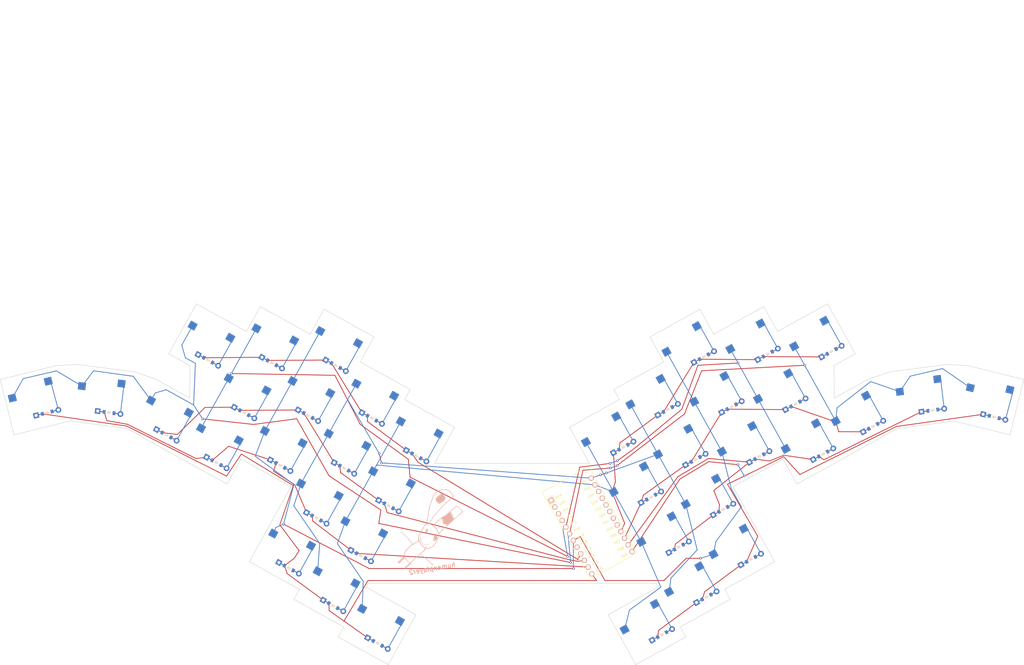
<source format=kicad_pcb>
(kicad_pcb (version 20240108) (generator "pcbnew") (generator_version "8.0")
  (title_block (title "laserraven") (rev "1.0.0") (company "Rasmus K. Rendsvig (humanplayer2)"))
  (layers (0 "F.Cu" signal) (31 "B.Cu" signal) (34 "B.Paste" user) (35 "F.Paste" user) (36 "B.SilkS" user "B.Silkscreen") (37 "F.SilkS" user "F.Silkscreen") (38 "B.Mask" user) (39 "F.Mask" user) (44 "Edge.Cuts" user))
  (net 0 "")
  (net 1 "P20")
  (net 2 "far_home")
  (net 3 "mid_home")
  (net 4 "pinky_home")
  (net 5 "P21")
  (net 6 "ring_bottom")
  (net 7 "ring_home")
  (net 8 "ring_top")
  (net 9 "P19")
  (net 10 "middle_bottom")
  (net 11 "middle_home")
  (net 12 "middle_top")
  (net 13 "P1")
  (net 14 "index_bottom")
  (net 15 "index_home")
  (net 16 "index_top")
  (net 17 "P0")
  (net 18 "inner_bottom")
  (net 19 "inner_home")
  (net 20 "inner_top")
  (net 21 "ring_midtop")
  (net 22 "out_thumb")
  (net 23 "home_thumb")
  (net 24 "in_thumb")
  (net 25 "mirror_far_home")
  (net 26 "mirror_mid_home")
  (net 27 "mirror_pinky_home")
  (net 28 "mirror_ring_bottom")
  (net 29 "mirror_ring_home")
  (net 30 "mirror_ring_top")
  (net 31 "mirror_middle_bottom")
  (net 32 "mirror_middle_home")
  (net 33 "mirror_middle_top")
  (net 34 "mirror_index_bottom")
  (net 35 "mirror_index_home")
  (net 36 "mirror_index_top")
  (net 37 "mirror_inner_bottom")
  (net 38 "mirror_inner_home")
  (net 39 "mirror_inner_top")
  (net 40 "mirror_ring_midtop")
  (net 41 "mirror_out_thumb")
  (net 42 "mirror_home_thumb")
  (net 43 "mirror_in_thumb")
  (net 44 "P10")
  (net 45 "P16")
  (net 46 "P14")
  (net 47 "P15")
  (net 48 "P9")
  (net 49 "P8")
  (net 50 "P7")
  (net 51 "P6")
  (net 52 "RAW")
  (net 53 "GND")
  (net 54 "RST")
  (net 55 "VCC")
  (net 56 "P18")
  (net 57 "P2")
  (net 58 "P3")
  (net 59 "P4")
  (net 60 "P5")
  (footprint "MX" (layer "F.Cu") (at 152.718525 147.558493 -29)
    (property "Reference" "S12" (hide yes))
    (property "Value" "" (hide yes))
  )
  (footprint "ComboDiode" (layer "F.Cu") (at 110.471408 151.581034 -29)
    (property "Reference" "D5" (hide yes))
    (property "Value" "" (hide yes))
  )
  (footprint "ComboDiode" (layer "F.Cu") (at 319.593516 156.078569 29)
    (property "Reference" "D22" (hide yes))
    (property "Value" "" (hide yes))
  )
  (footprint "ComboDiode" (layer "F.Cu") (at 245.75332 179.629881 29)
    (property "Reference" "D33" (hide yes))
    (property "Value" "" (hide yes))
  )
  (footprint "MX" (layer "F.Cu") (at 84.442441 153.159898 -29)
    (property "Reference" "S3" (hide yes))
    (property "Value" "" (hide yes))
  )
  (footprint "ComboDiode" (layer "F.Cu") (at 302.975745 165.28995 29)
    (property "Reference" "D23" (hide yes))
    (property "Value" "" (hide yes))
  )
  (footprint "MX" (layer "F.Cu") (at 143.507147 164.176266 -29)
    (property "Reference" "S11" (hide yes))
    (property "Value" "" (hide yes))
  )
  (footprint "MX" (layer "F.Cu") (at 297.927839 162.371281 29)
    (property "Reference" "S23" (hide yes))
    (property "Value" "" (hide yes))
  )
  (footprint "MX" (layer "F.Cu") (at 110.271599 145.753508 -29)
    (property "Reference" "S5" (hide yes))
    (property "Value" "" (hide yes))
  )
  (footprint "ComboDiode" (layer "F.Cu") (at 125.284193 203.239349 -29)
    (property "Reference" "D17" (hide yes))
    (property "Value" "" (hide yes))
  )
  (footprint "MX" (layer "F.Cu") (at 149.071262 193.328985 -29)
    (property "Reference" "S13" (hide yes))
    (property "Value" "" (hide yes))
  )
  (footprint "MX" (layer "F.Cu") (at 40.838548 147.419332 14)
    (property "Reference" "S1" (hide yes))
    (property "Value" "" (hide yes))
  )
  (footprint "ComboDiode" (layer "F.Cu") (at 154.835188 228.309224 -29)
    (property "Reference" "D19" (hide yes))
    (property "Value" "" (hide yes))
  )
  (footprint "MX" (layer "F.Cu") (at 158.282639 176.711209 -29)
    (property "Reference" "S14" (hide yes))
    (property "Value" "" (hide yes))
  )
  (footprint "ComboDiode" (layer "F.Cu") (at 284.552978 132.0544 29)
    (property "Reference" "D25" (hide yes))
    (property "Value" "" (hide yes))
  )
  (footprint "ComboDiode" (layer "F.Cu") (at 167.693839 165.920964 -29)
    (property "Reference" "D15" (hide yes))
    (property "Value" "" (hide yes))
  )
  (footprint "ComboDiode" (layer "F.Cu") (at 140.059692 215.774284 -29)
    (property "Reference" "D18" (hide yes))
    (property "Value" "" (hide yes))
  )
  (footprint "ComboDiode" (layer "F.Cu") (at 251.317437 150.477168 29)
    (property "Reference" "D31" (hide yes))
    (property "Value" "" (hide yes))
  )
  (footprint "ComboDiode" (layer "F.Cu") (at 143.706958 170.003796 -29)
    (property "Reference" "D11" (hide yes))
    (property "Value" "" (hide yes))
  )
  (footprint "ComboDiode" (layer "F.Cu") (at 281.75228 166.192445 29)
    (property "Reference" "D26" (hide yes))
    (property "Value" "" (hide yes))
  )
  (footprint "MX" (layer "F.Cu") (at 267.492991 146.656006 29)
    (property "Reference" "S27" (hide yes))
    (property "Value" "" (hide yes))
  )
  (footprint "MX" (layer "F.Cu") (at 140.706443 130.038231 -29)
    (property "Reference" "S9" (hide yes))
    (property "Value" "" (hide yes))
  )
  (footprint "MX" (layer "F.Cu") (at 259.128176 209.946762 29)
    (property "Reference" "S37" (hide yes))
    (property "Value" "" (hide yes))
  )
  (footprint "MX" (layer "F.Cu") (at 125.084381 197.411822 -29)
    (property "Reference" "S17" (hide yes))
    (property "Value" "" (hide yes))
  )
  (footprint "ComboDiode" (layer "F.Cu") (at 272.540898 149.574671 29)
    (property "Reference" "D27" (hide yes))
    (property "Value" "" (hide yes))
  )
  (footprint "ComboDiode" (layer "F.Cu") (at 254.9647 196.247653 29)
    (property "Reference" "D32" (hide yes))
    (property "Value" "" (hide yes))
  )
  (footprint "MX" (layer "F.Cu") (at 122.283682 163.273777 -29)
    (property "Reference" "S7" (hide yes))
    (property "Value" "" (hide yes))
  )
  (footprint "MX" (layer "F.Cu") (at 240.70541 176.71121 29)
    (property "Reference" "S33" (hide yes))
    (property "Value" "" (hide yes))
  )
  (footprint "MX" (layer "F.Cu") (at 335.80262 146.150389 7.5)
    (property "Reference" "S21" (hide yes))
    (property "Value" "" (hide yes))
  )
  (footprint "MX" (layer "F.Cu") (at 314.545613 153.159899 29)
    (property "Reference" "S22" (hide yes))
    (property "Value" "" (hide yes))
  )
  (footprint "ComboDiode" (layer "F.Cu") (at 122.483493 169.101305 -29)
    (property "Reference" "D7" (hide yes))
    (property "Value" "" (hide yes))
  )
  (footprint "MX" (layer "F.Cu") (at 279.505075 129.135735 29)
    (property "Reference" "S25" (hide yes))
    (property "Value" "" (hide yes))
  )
  (footprint "MX" (layer "F.Cu") (at 119.482979 129.135729 -29)
    (property "Reference" "S6" (hide yes))
    (property "Value" "" (hide yes))
  )
  (footprint "MX" (layer "F.Cu") (at 288.716455 145.753504 29)
    (property "Reference" "S24" (hide yes))
    (property "Value" "" (hide yes))
  )
  (footprint "MX" (layer "F.Cu") (at 134.295766 180.794049 -29)
    (property "Reference" "S10" (hide yes))
    (property "Value" "" (hide yes))
  )
  (footprint "ComboDiode" (layer "F.Cu") (at 65.507138 151.49919 -7.5)
    (property "Reference" "D2" (hide yes))
    (property "Value" "" (hide yes))
  )
  (footprint "MX" (layer "F.Cu") (at 264.69229 180.794048 29)
    (property "Reference" "S29" (hide yes))
    (property "Value" "" (hide yes))
  )
  (footprint "ComboDiode" (layer "F.Cu") (at 236.541937 163.012103 29)
    (property "Reference" "D34" (hide yes))
    (property "Value" "" (hide yes))
  )
  (footprint "ComboDiode" (layer "F.Cu") (at 249.400587 225.400363 29)
    (property "Reference" "D38" (hide yes))
    (property "Value" "" (hide yes))
  )
  (footprint "MX" (layer "F.Cu") (at 358.149506 147.419338 -14)
    (property "Reference" "S20" (hide yes))
    (property "Value" "" (hide yes))
  )
  (footprint "ComboDiode" (layer "F.Cu") (at 131.694872 152.48353 -29)
    (property "Reference" "D8" (hide yes))
    (property "Value" "" (hide yes))
  )
  (footprint "MX" (layer "F.Cu") (at 231.494027 160.093438 29)
    (property "Reference" "S34" (hide yes))
    (property "Value" "" (hide yes))
  )
  (footprint "MX" (layer "F.Cu") (at 101.060213 162.37128 -29)
    (property "Reference" "S4" (hide yes))
    (property "Value" "" (hide yes))
  )
  (footprint "ComboDiode" (layer "F.Cu") (at 119.682793 134.963262 -29)
    (property "Reference" "D6" (hide yes))
    (property "Value" "" (hide yes))
  )
  (footprint "ComboDiode" (layer "F.Cu") (at 84.642253 158.987426 -29)
    (property "Reference" "D3" (hide yes))
    (property "Value" "" (hide yes))
  )
  (footprint "MX" (layer "F.Cu") (at 249.916794 193.328983 29)
    (property "Reference" "S32" (hide yes))
    (property "Value" "" (hide yes))
  )
  (footprint "MX" (layer "F.Cu") (at 98.259517 128.233238 -29)
    (property "Reference" "S16" (hide yes))
    (property "Value" "" (hide yes))
  )
  (footprint "ComboDiode" (layer "F.Cu") (at 278.951581 200.330493 29)
    (property "Reference" "D36" (hide yes))
    (property "Value" "" (hide yes))
  )
  (footprint "ComboDiode" (layer "F.Cu") (at 140.906261 135.865754 -29)
    (property "Reference" "D9" (hide yes))
    (property "Value" "" (hide yes))
  )
  (footprint "MX" (layer "F.Cu") (at 258.281609 130.038231 29)
    (property "Reference" "S28" (hide yes))
    (property "Value" "" (hide yes))
  )
  (footprint "silkscreens:kanin_hp2" (layer "F.Cu") (at 172.2 191.4 -45)
    (property "Reference" "humanplayer2")
    (property "Value" "LOGO" (hide yes))
  )
  (footprint "ComboDiode" (layer "F.Cu") (at 152.91834 153.386021 -29)
    (property "Reference" "D12" (hide yes))
    (property "Value" "" (hide yes))
  )
  (footprint "ComboDiode" (layer "F.Cu") (at 98.459327 134.060765 -29)
    (property "Reference" "D16" (hide yes))
    (property "Value" "" (hide yes))
  )
  (footprint "ComboDiode" (layer "F.Cu") (at 149.271075 199.156506 -29)
    (property "Reference" "D13" (hide yes))
    (property "Value" "" (hide yes))
  )
  (footprint "ComboDiode" (layer "F.Cu") (at 293.764363 148.672176 29)
    (property "Reference" "D24" (hide yes))
    (property "Value" "" (hide yes))
  )
  (footprint "MX" (layer "F.Cu") (at 276.704375 163.273777 29)
    (property "Reference" "S26" (hide yes))
    (property "Value" "" (hide yes))
  )
  (footprint "MX" (layer "F.Cu") (at 154.63538 222.481697 -29)
    (property "Reference" "S19" (hide yes))
    (property "Value" "" (hide yes))
  )
  (footprint "ComboDiode" (layer "F.Cu") (at 263.329514 132.956898 29)
    (property "Reference" "D28" (hide yes))
    (property "Value" "" (hide yes))
  )
  (footprint "MX" (layer "F.Cu") (at 255.480909 164.176273 29)
    (property "Reference" "S30" (hide yes))
    (property "Value" "" (hide yes))
  )
  (footprint "ComboDiode" (layer "F.Cu") (at 44.959048 151.545051 14)
    (property "Reference" "D1" (hide yes))
    (property "Value" "" (hide yes))
  )
  (footprint "ComboDiode" (layer "F.Cu") (at 305.776446 131.151908 29)
    (property "Reference" "D35" (hide yes))
    (property "Value" "" (hide yes))
  )
  (footprint "MX" (layer "F.Cu") (at 300.728542 128.233233 29)
    (property "Reference" "S35" (hide yes))
    (property "Value" "" (hide yes))
  )
  (footprint "MX" (layer "F.Cu") (at 167.494027 160.093434 -29)
    (property "Reference" "S15" (hide yes))
    (property "Value" "" (hide yes))
  )
  (footprint "ProMicro" (layer "F.Cu") (at 225.929912 189.246145 -61)
    (property "Reference" "MCU1" (hide yes))
    (property "Value" "" (hide yes))
  )
  (footprint "MX" (layer "F.Cu") (at 63.185434 146.150391 -7.5)
    (property "Reference" "S2" (hide yes))
    (property "Value" "" (hide yes))
  )
  (footprint "ComboDiode" (layer "F.Cu") (at 134.495577 186.621578 -29)
    (property "Reference" "D10" (hide yes))
    (property "Value" "" (hide yes))
  )
  (footprint "ComboDiode" (layer "F.Cu") (at 339.429585 150.716032 7.5)
    (property "Reference" "D21" (hide yes))
    (property "Value" "" (hide yes))
  )
  (footprint "MX" (layer "F.Cu") (at 244.352682 222.481696 29)
    (property "Reference" "S38" (hide yes))
    (property "Value" "" (hide yes))
  )
  (footprint "MX" (layer "F.Cu") (at 131.495063 146.656002 -29)
    (property "Reference" "S8" (hide yes))
    (property "Value" "" (hide yes))
  )
  (footprint "MX" (layer "F.Cu") (at 246.269523 147.5585 29)
    (property "Reference" "S31" (hide yes))
    (property "Value" "" (hide yes))
  )
  (footprint "ComboDiode" (layer "F.Cu") (at 101.260027 168.198806 -29)
    (property "Reference" "D4" (hide yes))
    (property "Value" "" (hide yes))
  )
  (footprint "ComboDiode" (layer "F.Cu") (at 269.7402 183.712719 29)
    (property "Reference" "D29" (hide yes))
    (property "Value" "" (hide yes))
  )
  (footprint "ComboDiode" (layer "F.Cu") (at 264.176087 212.865426 29)
    (property "Reference" "D37" (hide yes))
    (property "Value" "" (hide yes))
  )
  (footprint "MX" (layer "F.Cu") (at 139.859876 209.946756 -29)
    (property "Reference" "S18" (hide yes))
    (property "Value" "" (hide yes))
  )
  (footprint "ComboDiode" (layer "F.Cu") (at 158.482455 182.538733 -29)
    (property "Reference" "D14" (hide yes))
    (property "Value" "" (hide yes))
  )
  (footprint "ComboDiode" (layer "F.Cu") (at 359.850783 152.996581 -14)
    (property "Reference" "D20" (hide yes))
    (property "Value" "" (hide yes))
  )
  (footprint "ComboDiode" (layer "F.Cu") (at 260.528815 167.094944 29)
    (property "Reference" "D30" (hide yes))
    (property "Value" "" (hide yes))
  )
  (footprint "MX" (layer "F.Cu") (at 273.903673 197.411821 29)
    (property "Reference" "S36" (hide yes))
    (property "Value" "" (hide yes))
  )
  (gr_line (start 137.003251 117.123651) (end 132.39756 125.432531) (stroke (width 0.15)) (layer "Edge.Cuts"))
  (gr_line (start 289.618956 166.976975) (end 294.224642 175.285858) (stroke (width 0.15)) (layer "Edge.Cuts"))
  (gr_line (start 47.758102 135.903268) (end 29.322479 140.499784) (stroke (width 0.15)) (layer "Edge.Cuts"))
  (gr_line (start 225.237855 168.402321) (end 173.750194 168.402323) (stroke (width 0.15)) (layer "Edge.Cuts"))
  (gr_line (start 180.408607 156.390238) (end 163.790832 147.178859) (stroke (width 0.15)) (layer "Edge.Cuts"))
  (gr_line (start 327.623889 156.809115) (end 294.224642 175.285858) (stroke (width 0.15)) (layer "Edge.Cuts"))
  (gr_line (start 111.174091 124.530039) (end 94.556319 115.318658) (stroke (width 0.15)) (layer "Edge.Cuts"))
  (gr_line (start 343.981343 135.491665) (end 325.143891 137.97166) (stroke (width 0.15)) (layer "Edge.Cuts"))
  (gr_line (start 141.720795 226.184886) (end 158.338576 235.396274) (stroke (width 0.15)) (layer "Edge.Cuts"))
  (gr_line (start 283.208268 116.221154) (end 266.590497 125.432532) (stroke (width 0.15)) (layer "Edge.Cuts"))
  (gr_line (start 109.369101 166.976972) (end 125.986878 176.188354) (stroke (width 0.15)) (layer "Edge.Cuts"))
  (gr_line (start 318.248811 140.245319) (end 306.616368 146.693284) (stroke (width 0.15)) (layer "Edge.Cuts"))
  (gr_line (start 257.267261 226.184888) (end 255.42498 222.861337) (stroke (width 0.15)) (layer "Edge.Cuts"))
  (gr_line (start 327.623889 156.809115) (end 346.461346 154.329117) (stroke (width 0.15)) (layer "Edge.Cuts"))
  (gr_line (start 235.197224 147.17886) (end 218.57945 156.39024) (stroke (width 0.15)) (layer "Edge.Cuts"))
  (gr_line (start 173.750194 168.402323) (end 180.408607 156.390238) (stroke (width 0.15)) (layer "Edge.Cuts"))
  (gr_line (start 153.621024 126.335035) (end 137.003251 117.123651) (stroke (width 0.15)) (layer "Edge.Cuts"))
  (gr_line (start 261.984804 117.123653) (end 245.367028 126.335034) (stroke (width 0.15)) (layer "Edge.Cuts"))
  (gr_line (start 286.818249 201.115014) (end 273.001178 176.188356) (stroke (width 0.15)) (layer "Edge.Cuts"))
  (gr_line (start 132.39756 125.432531) (end 115.779783 116.221153) (stroke (width 0.15)) (layer "Edge.Cuts"))
  (gr_line (start 85.344933 131.936434) (end 94.556319 115.318658) (stroke (width 0.15)) (layer "Edge.Cuts"))
  (gr_line (start 306.616368 146.693284) (end 306.580567 135.851272) (stroke (width 0.15)) (layer "Edge.Cuts"))
  (gr_line (start 272.042752 213.649957) (end 270.200477 210.3264) (stroke (width 0.15)) (layer "Edge.Cuts"))
  (gr_line (start 266.590497 125.432532) (end 261.984804 117.123653) (stroke (width 0.15)) (layer "Edge.Cuts"))
  (gr_line (start 125.986878 176.188354) (end 112.1698 201.115019) (stroke (width 0.15)) (layer "Edge.Cuts"))
  (gr_line (start 351.229949 135.903269) (end 343.981343 135.491665) (stroke (width 0.15)) (layer "Edge.Cuts"))
  (gr_line (start 218.57945 156.39024) (end 225.237855 168.402321) (stroke (width 0.15)) (layer "Edge.Cuts"))
  (gr_line (start 233.354946 143.855302) (end 235.197224 147.17886) (stroke (width 0.15)) (layer "Edge.Cuts"))
  (gr_line (start 92.407493 135.851262) (end 92.371692 146.693288) (stroke (width 0.15)) (layer "Edge.Cuts"))
  (gr_line (start 249.972723 134.64392) (end 233.354946 143.855302) (stroke (width 0.15)) (layer "Edge.Cuts"))
  (gr_line (start 126.945302 213.649953) (end 143.563076 222.861338) (stroke (width 0.15)) (layer "Edge.Cuts"))
  (gr_line (start 92.407493 135.851262) (end 85.344933 131.936434) (stroke (width 0.15)) (layer "Edge.Cuts"))
  (gr_line (start 248.055869 209.567115) (end 247.345176 208.284984) (stroke (width 0.15)) (layer "Edge.Cuts"))
  (gr_line (start 273.001178 176.188356) (end 289.618956 166.976975) (stroke (width 0.15)) (layer "Edge.Cuts"))
  (gr_line (start 325.143891 137.97166) (end 318.248811 140.245319) (stroke (width 0.15)) (layer "Edge.Cuts"))
  (gr_line (start 71.364166 156.809115) (end 104.763413 175.285859) (stroke (width 0.15)) (layer "Edge.Cuts"))
  (gr_line (start 231.438098 218.778504) (end 240.649481 235.396273) (stroke (width 0.15)) (layer "Edge.Cuts"))
  (gr_line (start 346.461346 154.329117) (end 365.069056 158.935405) (stroke (width 0.15)) (layer "Edge.Cuts"))
  (gr_line (start 167.549959 218.778502) (end 150.932181 209.567112) (stroke (width 0.15)) (layer "Edge.Cuts"))
  (gr_line (start 33.919003 158.935404) (end 29.322479 140.499784) (stroke (width 0.15)) (layer "Edge.Cuts"))
  (gr_line (start 287.813963 124.530044) (end 283.208268 116.221154) (stroke (width 0.15)) (layer "Edge.Cuts"))
  (gr_line (start 115.779783 116.221153) (end 111.174091 124.530039) (stroke (width 0.15)) (layer "Edge.Cuts"))
  (gr_line (start 247.345176 208.284984) (end 151.642882 208.284977) (stroke (width 0.15)) (layer "Edge.Cuts"))
  (gr_line (start 270.200477 210.3264) (end 286.818249 201.115014) (stroke (width 0.15)) (layer "Edge.Cuts"))
  (gr_line (start 306.580567 135.851272) (end 313.643116 131.936435) (stroke (width 0.15)) (layer "Edge.Cuts"))
  (gr_line (start 33.919003 158.935404) (end 52.354618 154.338888) (stroke (width 0.15)) (layer "Edge.Cuts"))
  (gr_line (start 369.665574 140.499788) (end 365.069056 158.935405) (stroke (width 0.15)) (layer "Edge.Cuts"))
  (gr_line (start 313.643116 131.936435) (end 304.431736 115.318656) (stroke (width 0.15)) (layer "Edge.Cuts"))
  (gr_line (start 73.84416 137.971662) (end 55.006704 135.491662) (stroke (width 0.15)) (layer "Edge.Cuts"))
  (gr_line (start 245.367028 126.335034) (end 249.972723 134.64392) (stroke (width 0.15)) (layer "Edge.Cuts"))
  (gr_line (start 158.338576 235.396274) (end 167.549959 218.778502) (stroke (width 0.15)) (layer "Edge.Cuts"))
  (gr_line (start 240.649481 235.396273) (end 257.267261 226.184888) (stroke (width 0.15)) (layer "Edge.Cuts"))
  (gr_line (start 52.354618 154.338888) (end 52.526709 154.329118) (stroke (width 0.15)) (layer "Edge.Cuts"))
  (gr_line (start 150.932181 209.567112) (end 151.642882 208.284977) (stroke (width 0.15)) (layer "Edge.Cuts"))
  (gr_line (start 128.787571 210.326399) (end 126.945302 213.649953) (stroke (width 0.15)) (layer "Edge.Cuts"))
  (gr_line (start 143.563076 222.861338) (end 141.720795 226.184886) (stroke (width 0.15)) (layer "Edge.Cuts"))
  (gr_line (start 163.790832 147.178859) (end 165.63311 143.855301) (stroke (width 0.15)) (layer "Edge.Cuts"))
  (gr_line (start 112.1698 201.115019) (end 128.787571 210.326399) (stroke (width 0.15)) (layer "Edge.Cuts"))
  (gr_line (start 248.055869 209.567115) (end 231.438098 218.778504) (stroke (width 0.15)) (layer "Edge.Cuts"))
  (gr_line (start 149.015332 134.64392) (end 153.621024 126.335035) (stroke (width 0.15)) (layer "Edge.Cuts"))
  (gr_line (start 71.364166 156.809115) (end 52.526709 154.329118) (stroke (width 0.15)) (layer "Edge.Cuts"))
  (gr_line (start 104.763413 175.285859) (end 109.369101 166.976972) (stroke (width 0.15)) (layer "Edge.Cuts"))
  (gr_line (start 55.006704 135.491662) (end 47.758102 135.903268) (stroke (width 0.15)) (layer "Edge.Cuts"))
  (gr_line (start 304.431736 115.318656) (end 287.813963 124.530044) (stroke (width 0.15)) (layer "Edge.Cuts"))
  (gr_line (start 80.739244 140.245319) (end 73.84416 137.971662) (stroke (width 0.15)) (layer "Edge.Cuts"))
  (gr_line (start 165.63311 143.855301) (end 149.015332 134.64392) (stroke (width 0.15)) (layer "Edge.Cuts"))
  (gr_line (start 92.371692 146.693288) (end 80.739244 140.245319) (stroke (width 0.15)) (layer "Edge.Cuts"))
  (gr_line (start 255.42498 222.861337) (end 272.042752 213.649957) (stroke (width 0.15)) (layer "Edge.Cuts"))
  (gr_line (start 351.229949 135.903269) (end 369.665574 140.499788) (stroke (width 0.15)) (layer "Edge.Cuts"))
  (segment (start 262.560321 137.592087) (end 296.801311 135.762309) (width 0.25) (layer "F.Cu") (net 1))
  (segment (start 219 201.4) (end 155.2 188.4) (width 0.25) (layer "F.Cu") (net 1))
  (segment (start 218.649601 191.829626) (end 223.055698 170.694728) (width 0.25) (layer "F.Cu") (net 1))
  (segment (start 155.2 188.4) (end 155.230454 188.2) (width 0.25) (layer "F.Cu") (net 1))
  (segment (start 223.055698 170.694728) (end 232.244779 169.945881) (width 0.25) (layer "F.Cu") (net 1))
  (segment (start 155.230454 188.2) (end 155.880319 183.932146) (width 0.25) (layer "F.Cu") (net 1))
  (segment (start 138.638848 172.545678) (end 155.880319 183.932146) (width 0.25) (layer "F.Cu") (net 1))
  (segment (start 256.816018 151.981078) (end 234.187941 169.326111) (width 0.25) (layer "F.Cu") (net 1))
  (segment (start 256.816018 151.981078) (end 262.560321 137.592087) (width 0.25) (layer "F.Cu") (net 1))
  (segment (start 113.582802 155.455491) (end 127.897752 153.557553) (width 0.25) (layer "F.Cu") (net 1))
  (segment (start 127.897752 153.557553) (end 138.638848 172.545678) (width 0.25) (layer "F.Cu") (net 1))
  (segment (start 96.6 153.6) (end 113.582802 155.455491) (width 0.25) (layer "F.Cu") (net 1))
  (via (at 234.53779 169.132188) (size 0.8) (drill 0.4) (layers "F.Cu" "B.Cu") (net 1))
  (via (at 219 201.4) (size 0.8) (drill 0.4) (layers "F.Cu" "B.Cu") (net 1))
  (via (at 296.801311 135.762309) (size 0.8) (drill 0.4) (layers "F.Cu" "B.Cu") (net 1))
  (via (at 232.244779 169.945881) (size 0.8) (drill 0.4) (layers "F.Cu" "B.Cu") (net 1))
  (via (at 96.6 153.6) (size 0.8) (drill 0.4) (layers "F.Cu" "B.Cu") (net 1))
  (segment (start 93.626396 148.966893) (end 96.6 153.6) (width 0.25) (layer "B.Cu") (net 1))
  (segment (start 60.358735 137.61512) (end 73.531105 139.428586) (width 0.25) (layer "B.Cu") (net 1))
  (segment (start 307.117516 154.373243) (end 307.577412 149.912048) (width 0.25) (layer "B.Cu") (net 1))
  (segment (start 218.2 193) (end 218.649601 191.829626) (width 0.25) (layer "B.Cu") (net 1))
  (segment (start 80.880748 144.971379) (end 79.477178 147.503489) (width 0.25) (layer "B.Cu") (net 1))
  (segment (start 331.927876 139.387087) (end 342.653275 136.871964) (width 0.25) (layer "B.Cu") (net 1))
  (segment (start 90.891839 133.273512) (end 94.215394 135.115787) (width 0.25) (layer "B.Cu") (net 1))
  (segment (start 48.003986 137.626896) (end 56.492583 142.707341) (width 0.25) (layer "B.Cu") (net 1))
  (segment (start 318.755508 141.200551) (end 328.446697 144.556897) (width 0.25) (layer "B.Cu") (net 1))
  (segment (start 93.294253 122.576827) (end 89.689409 129.080138) (width 0.25) (layer "B.Cu") (net 1))
  (segment (start 328.446697 144.556897) (end 331.927876 139.387087) (width 0.25) (layer "B.Cu") (net 1))
  (segment (start 218.649601 191.829626) (end 218.6 191.879227) (width 0.25) (layer "B.Cu") (net 1))
  (segment (start 94.215394 135.115787) (end 93.626396 148.966893) (width 0.25) (layer "B.Cu") (net 1))
  (segment (start 84.530352 143.924871) (end 80.880748 144.971379) (width 0.25) (layer "B.Cu") (net 1))
  (segment (start 36.972626 140.201603) (end 48.003986 137.626896) (width 0.25) (layer "B.Cu") (net 1))
  (segment (start 219 201.4) (end 218.2 193) (width 0.25) (layer "B.Cu") (net 1))
  (segment (start 56.492583 142.707341) (end 60.358735 137.61512) (width 0.25) (layer "B.Cu") (net 1))
  (segment (start 342.653275 136.871964) (end 351.889443 143.24077) (width 0.25) (layer "B.Cu") (net 1))
  (segment (start 73.531105 139.428586) (end 79.477178 147.503489) (width 0.25) (layer "B.Cu") (net 1))
  (segment (start 234.53779 169.132188) (end 232.244779 169.945881) (width 0.25) (layer "B.Cu") (net 1))
  (segment (start 307.577412 149.912048) (end 318.755508 141.200551) (width 0.25) (layer "B.Cu") (net 1))
  (segment (start 296.801311 135.762309) (end 307.117517 154.373236) (width 0.25) (layer "B.Cu") (net 1))
  (segment (start 93.626396 148.966893) (end 84.530352 143.924871) (width 0.25) (layer "B.Cu") (net 1))
  (segment (start 89.689409 129.080138) (end 90.891839 133.273512) (width 0.25) (layer "B.Cu") (net 1))
  (segment (start 33.349519 146.668799) (end 36.972626 140.201603) (width 0.25) (layer "B.Cu") (net 1))
  (segment (start 293.300444 129.446576) (end 296.801311 135.762309) (width 0.25) (layer "B.Cu") (net 1))
  (segment (start 307.117517 154.373236) (end 307.117514 154.373244) (width 0.25) (layer "B.Cu") (net 1))
  (segment (start 48.655875 150.623329) (end 46.560038 151.145881) (width 0.25) (layer "F.Cu") (net 2))
  (segment (start 46.247971 141.636911) (end 48.655877 150.623328) (width 0.25) (layer "B.Cu") (net 2))
  (segment (start 45.278055 141.076923) (end 46.247971 141.636911) (width 0.25) (layer "B.Cu") (net 2))
  (segment (start 48.655877 150.623328) (end 46.606207 151.172536) (width 0.25) (layer "B.Cu") (net 2))
  (segment (start 46.606207 151.172536) (end 46.560039 151.145881) (width 0.25) (layer "B.Cu") (net 2))
  (segment (start 67.143023 151.714556) (end 69.284543 151.996495) (width 0.25) (layer "F.Cu") (net 3))
  (segment (start 67.159434 151.735565) (end 67.143024 151.714565) (width 0.25) (layer "B.Cu") (net 3))
  (segment (start 70.406722 142.857068) (end 69.284546 151.996501) (width 0.25) (layer "B.Cu") (net 3))
  (segment (start 69.284546 151.996501) (end 67.159434 151.735565) (width 0.25) (layer "B.Cu") (net 3))
  (segment (start 69.640526 141.876381) (end 70.406722 142.857068) (width 0.25) (layer "B.Cu") (net 3))
  (segment (start 86.085376 159.787362) (end 87.974555 160.834551) (width 0.25) (layer "F.Cu") (net 4))
  (segment (start 87.974556 160.834559) (end 86.085379 159.787362) (width 0.25) (layer "B.Cu") (net 4))
  (segment (start 86.085379 159.787362) (end 86.085372 159.787365) (width 0.25) (layer "B.Cu") (net 4))
  (segment (start 92.392141 152.865019) (end 87.974556 160.834559) (width 0.25) (layer "B.Cu") (net 4))
  (segment (start 92.014801 151.549085) (end 92.392141 152.865019) (width 0.25) (layer "B.Cu") (net 4))
  (segment (start 165.013739 167.042486) (end 165.6 173) (width 0.25) (layer "F.Cu") (net 5))
  (segment (start 106.187512 138.507399) (end 140.604168 139.107621) (width 0.25) (layer "F.Cu") (net 5))
  (segment (start 261.468335 135.756517) (end 261.318816 135.764887) (width 0.25) (layer "F.Cu") (net 5))
  (segment (start 165.6 173) (end 218 199.4) (width 0.25) (layer "F.Cu") (net 5))
  (segment (start 255.94336 150.406761) (end 239.943395 163.620431) (width 0.25) (layer "F.Cu") (net 5))
  (segment (start 261.318816 135.764887) (end 255.94336 150.406761) (width 0.25) (layer "F.Cu") (net 5))
  (segment (start 274.626147 135.019965) (end 261.468335 135.756517) (width 0.25) (layer "F.Cu") (net 5))
  (segment (start 217.418185 189.608091) (end 222.027116 169.664185) (width 0.25) (layer "F.Cu") (net 5))
  (segment (start 149.034739 155.44113) (end 165.013739 167.042486) (width 0.25) (layer "F.Cu") (net 5))
  (segment (start 239.943395 163.620431) (end 234.558754 167.519872) (width 0.25) (layer "F.Cu") (net 5))
  (segment (start 222.027116 169.664185) (end 232.090819 168.430528) (width 0.25) (layer "F.Cu") (net 5))
  (segment (start 140.604168 139.107621) (end 149.034739 155.44113) (width 0.25) (layer "F.Cu") (net 5))
  (via (at 234.558754 167.519872) (size 0.8) (drill 0.4) (layers "F.Cu" "B.Cu") (net 5))
  (via (at 218 199.4) (size 0.8) (drill 0.4) (layers "F.Cu" "B.Cu") (net 5))
  (via (at 274.626147 135.019965) (size 0.8) (drill 0.4) (layers "F.Cu" "B.Cu") (net 5))
  (via (at 106.187512 138.507399) (size 0.8) (drill 0.4) (layers "F.Cu" "B.Cu") (net 5))
  (via (at 232.090819 168.430528) (size 0.8) (drill 0.4) (layers "F.Cu" "B.Cu") (net 5))
  (segment (start 106.363098 138.190636) (end 96.09495 156.714868) (width 0.25) (layer "B.Cu") (net 5))
  (segment (start 96.09495 156.714868) (end 96.094949 156.714867) (width 0.25) (layer "B.Cu") (net 5))
  (segment (start 218 199.4) (end 216.4 190.4) (width 0.25) (layer "B.Cu") (net 5))
  (segment (start 232.090819 168.430528) (end 234.558754 167.519872) (width 0.25) (layer "B.Cu") (net 5))
  (segment (start 272.07698 130.34908) (end 274.639766 134.972469) (width 0.25) (layer "B.Cu") (net 5))
  (segment (start 274.639766 134.972469) (end 274.626147 135.019965) (width 0.25) (layer "B.Cu") (net 5))
  (segment (start 216.4 190.4) (end 217.418185 189.608091) (width 0.25) (layer "B.Cu") (net 5))
  (segment (start 114.517714 123.479318) (end 106.363098 138.190636) (width 0.25) (layer "B.Cu") (net 5))
  (segment (start 274.626147 135.019965) (end 274.673643 135.033585) (width 0.25) (layer "B.Cu") (net 5))
  (segment (start 274.673643 135.033585) (end 290.499743 163.584624) (width 0.25) (layer "B.Cu") (net 5))
  (segment (start 102.70315 168.998742) (end 104.592329 170.045931) (width 0.25) (layer "F.Cu") (net 6))
  (segment (start 109.00991 162.076401) (end 104.592329 170.045936) (width 0.25) (layer "B.Cu") (net 6))
  (segment (start 108.632577 160.76047) (end 109.00991 162.076401) (width 0.25) (layer "B.Cu") (net 6))
  (segment (start 102.703149 168.998744) (end 102.703149 168.998741) (width 0.25) (layer "B.Cu") (net 6))
  (segment (start 104.592329 170.045936) (end 102.703149 168.998744) (width 0.25) (layer "B.Cu") (net 6))
  (segment (start 113.80371 153.428159) (end 111.914531 152.38097) (width 0.25) (layer "F.Cu") (net 7))
  (segment (start 118.221296 145.458622) (end 113.803712 153.428158) (width 0.25) (layer "B.Cu") (net 7))
  (segment (start 111.914531 152.380969) (end 113.803712 153.428158) (width 0.25) (layer "B.Cu") (net 7))
  (segment (start 117.843961 144.142696) (end 118.221296 145.458622) (width 0.25) (layer "B.Cu") (net 7))
  (segment (start 121.125916 135.763198) (end 123.015095 136.810387) (width 0.25) (layer "F.Cu") (net 8))
  (segment (start 127.05534 127.524921) (end 127.432679 128.840852) (width 0.25) (layer "B.Cu") (net 8))
  (segment (start 123.015093 136.810388) (end 121.125914 135.763192) (width 0.25) (layer "B.Cu") (net 8))
  (segment (start 127.432679 128.840852) (end 123.015093 136.810388) (width 0.25) (layer "B.Cu") (net 8))
  (segment (start 121.125914 135.763192) (end 121.125914 135.763196) (width 0.25) (layer "B.Cu") (net 8))
  (segment (start 222.2 192.8) (end 219.881018 194.05116) (width 0.25) (layer "F.Cu") (net 9))
  (segment (start 262.1706 200.006575) (end 257.393425 200.006575) (width 0.25) (layer "F.Cu") (net 9))
  (segment (start 257.393425 200.006575) (end 250 207.4) (width 0.25) (layer "F.Cu") (net 9))
  (segment (start 152 203.4) (end 123.540975 188.644566) (width 0.25) (layer "F.Cu") (net 9))
  (segment (start 250 207.4) (end 230.4 207.4) (width 0.25) (layer "F.Cu") (net 9))
  (segment (start 220 203.4) (end 152 203.4) (width 0.25) (layer "F.Cu") (net 9))
  (segment (start 230.4 207.4) (end 222.2 192.8) (width 0.25) (layer "F.Cu") (net 9))
  (via (at 220 203.4) (size 0.8) (drill 0.4) (layers "F.Cu" "B.Cu") (net 9))
  (via (at 262.1706 200.006575) (size 0.8) (drill 0.4) (layers "F.Cu" "B.Cu") (net 9))
  (via (at 123.540975 188.644566) (size 0.8) (drill 0.4) (layers "F.Cu" "B.Cu") (net 9))
  (segment (start 219.881018 203.281018) (end 220 203.4) (width 0.25) (layer "B.Cu") (net 9))
  (segment (start 117.318419 157.617367) (end 114.117385 166.042005) (width 0.25) (layer "B.Cu") (net 9))
  (segment (start 269.276278 164.487118) (end 269.276278 164.487118) (width 0.25) (layer "B.Cu") (net 9))
  (segment (start 219.881018 194.05116) (end 219.881018 203.281018) (width 0.25) (layer "B.Cu") (net 9))
  (segment (start 135.741178 124.38182) (end 117.318416 157.617364) (width 0.25) (layer "B.Cu") (net 9))
  (segment (start 267.304318 194.416857) (end 266.475575 198.625164) (width 0.25) (layer "B.Cu") (net 9))
  (segment (start 123.540975 188.644566) (end 126.966754 175.451234) (width 0.25) (layer "B.Cu") (net 9))
  (segment (start 120.968172 189.733818) (end 123.540975 188.644566) (width 0.25) (layer "B.Cu") (net 9))
  (segment (start 250.853513 131.251573) (end 269.276278 164.487118) (width 0.25) (layer "B.Cu") (net 9))
  (segment (start 266.475575 198.625164) (end 262.1706 200.006575) (width 0.25) (layer "B.Cu") (net 9))
  (segment (start 275.765518 182.866616) (end 267.304318 194.416857) (width 0.25) (layer "B.Cu") (net 9))
  (segment (start 272.37185 176.744276) (end 275.765518 182.866616) (width 0.25) (layer "B.Cu") (net 9))
  (segment (start 120.968172 189.733818) (end 120.119117 191.755414) (width 0.25) (layer "B.Cu") (net 9))
  (segment (start 117.318416 157.617364) (end 117.318419 157.617367) (width 0.25) (layer "B.Cu") (net 9))
  (segment (start 114.117385 166.042005) (end 126.966754 175.451234) (width 0.25) (layer "B.Cu") (net 9))
  (segment (start 269.276278 164.487119) (end 272.37185 176.744276) (width 0.25) (layer "B.Cu") (net 9))
  (segment (start 123.926616 169.901241) (end 125.815795 170.94843) (width 0.25) (layer "F.Cu") (net 10))
  (segment (start 125.815795 170.94843) (end 123.926617 169.901242) (width 0.25) (layer "B.Cu") (net 10))
  (segment (start 129.856044 161.66297) (end 130.233377 162.978897) (width 0.25) (layer "B.Cu") (net 10))
  (segment (start 130.233377 162.978897) (end 125.815795 170.94843) (width 0.25) (layer "B.Cu") (net 10))
  (segment (start 123.926617 169.901242) (end 123.926617 169.901242) (width 0.25) (layer "B.Cu") (net 10))
  (segment (start 135.027174 154.330655) (end 133.137995 153.283466) (width 0.25) (layer "F.Cu") (net 11))
  (segment (start 133.138 153.283462) (end 133.138 153.283462) (width 0.25) (layer "B.Cu") (net 11))
  (segment (start 135.027175 154.330652) (end 133.138 153.283462) (width 0.25) (layer "B.Cu") (net 11))
  (segment (start 139.444762 146.36112) (end 135.027175 154.330652) (width 0.25) (layer "B.Cu") (net 11))
  (segment (start 139.067421 145.045187) (end 139.444762 146.36112) (width 0.25) (layer "B.Cu") (net 11))
  (segment (start 142.349384 136.66569) (end 144.238563 137.712879) (width 0.25) (layer "F.Cu") (net 12))
  (segment (start 144.238558 137.712883) (end 142.349384 136.665693) (width 0.25) (layer "B.Cu") (net 12))
  (segment (start 148.278806 128.427419) (end 148.656146 129.743347) (width 0.25) (layer "B.Cu") (net 12))
  (segment (start 142.349384 136.665693) (end 142.349384 136.665687) (width 0.25) (layer "B.Cu") (net 12))
  (segment (start 148.656146 129.743347) (end 144.238558 137.712883) (width 0.25) (layer "B.Cu") (net 12))
  (segment (start 155.337887 165.109134) (end 156.098507 168.274804) (width 0.25) (layer "F.Cu") (net 13))
  (segment (start 230.883388 171.615197) (end 228.940224 172.234968) (width 0.25) (layer "F.Cu") (net 13))
  (via (at 155.337887 165.109134) (size 0.8) (drill 0.4) (layers "F.Cu" "B.Cu") (net 13))
  (via (at 156.098507 168.274804) (size 0.8) (drill 0.4) (layers "F.Cu" "B.Cu") (net 13))
  (via (at 228.940224 172.234968) (size 0.8) (drill 0.4) (layers "F.Cu" "B.Cu") (net 13))
  (via (at 230.883388 171.615197) (size 0.8) (drill 0.4) (layers "F.Cu" "B.Cu") (net 13))
  (segment (start 157.438936 168.331803) (end 156.098507 168.274804) (width 0.25) (layer "B.Cu") (net 13))
  (segment (start 147.75326 141.902085) (end 144.834587 147.167508) (width 0.25) (layer "B.Cu") (net 13))
  (segment (start 230.883388 171.615197) (end 248.052813 165.389616) (width 0.25) (layer "B.Cu") (net 13))
  (segment (start 135.532766 195.063053) (end 126.934643 182.522229) (width 0.25) (layer "B.Cu") (net 13))
  (segment (start 129.330497 175.137626) (end 129.330501 175.137641) (width 0.25) (layer "B.Cu") (net 13))
  (segment (start 134.894611 204.290347) (end 135.532766 195.063053) (width 0.25) (layer "B.Cu") (net 13))
  (segment (start 228.940224 172.234968) (end 225.821722 173.333458) (width 0.25) (layer "B.Cu") (net 13))
  (segment (start 238.841428 148.771843) (end 257.264192 182.00739) (width 0.25) (layer "B.Cu") (net 13))
  (segment (start 252.334897 206.601948) (end 251.700079 211.160104) (width 0.25) (layer "B.Cu") (net 13))
  (segment (start 257.264192 182.007391) (end 261.06602 197.188792) (width 0.25) (layer "B.Cu") (net 13))
  (segment (start 126.934643 182.522229) (end 129.330501 175.137641) (width 0.25) (layer "B.Cu") (net 13))
  (segment (start 144.834587 147.167508) (end 155.337887 165.109134) (width 0.25) (layer "B.Cu") (net 13))
  (segment (start 144.834587 147.167508) (end 129.330497 175.137626) (width 0.25) (layer "B.Cu") (net 13))
  (segment (start 261.06602 197.188792) (end 252.334897 206.601948) (width 0.25) (layer "B.Cu") (net 13))
  (segment (start 225.821722 173.333458) (end 157.438936 168.331803) (width 0.25) (layer "B.Cu") (net 13))
  (segment (start 257.264192 182.00739) (end 257.264194 182.007391) (width 0.25) (layer "B.Cu") (net 13))
  (segment (start 135.9387 187.421514) (end 137.827879 188.468703) (width 0.25) (layer "F.Cu") (net 14))
  (segment (start 141.868127 179.183237) (end 142.245462 180.49917) (width 0.25) (layer "B.Cu") (net 14))
  (segment (start 135.938701 187.421509) (end 135.938701 187.421509) (width 0.25) (layer "B.Cu") (net 14))
  (segment (start 137.827879 188.468704) (end 135.938701 187.421509) (width 0.25) (layer "B.Cu") (net 14))
  (segment (start 142.245462 180.49917) (end 137.827879 188.468704) (width 0.25) (layer "B.Cu") (net 14))
  (segment (start 147.03926 171.850921) (end 145.150081 170.803732) (width 0.25) (layer "F.Cu") (net 15))
  (segment (start 145.150081 170.803733) (end 145.150079 170.803734) (width 0.25) (layer "B.Cu") (net 15))
  (segment (start 151.456848 163.881388) (end 147.03926 171.850923) (width 0.25) (layer "B.Cu") (net 15))
  (segment (start 151.079512 162.565465) (end 151.456848 163.881388) (width 0.25) (layer "B.Cu") (net 15))
  (segment (start 147.03926 171.850923) (end 145.150081 170.803733) (width 0.25) (layer "B.Cu") (net 15))
  (segment (start 154.361463 154.185957) (end 156.250642 155.233146) (width 0.25) (layer "F.Cu") (net 16))
  (segment (start 160.290891 145.947688) (end 160.668225 147.263616) (width 0.25) (layer "B.Cu") (net 16))
  (segment (start 154.361466 154.185958) (end 154.361463 154.185958) (width 0.25) (layer "B.Cu") (net 16))
  (segment (start 160.668225 147.263616) (end 156.250642 155.233148) (width 0.25) (layer "B.Cu") (net 16))
  (segment (start 156.250642 155.233148) (end 154.361466 154.185958) (width 0.25) (layer "B.Cu") (net 16))
  (segment (start 141.438256 195.13513) (end 144.105998 187.672573) (width 0.25) (layer "B.Cu") (net 17))
  (segment (start 224.065932 161.306781) (end 242.488693 194.542327) (width 0.25) (layer "B.Cu") (net 17))
  (segment (start 236.924586 223.69504) (end 238.551943 217.214686) (width 0.25) (layer "B.Cu") (net 17))
  (segment (start 150.036378 207.675953) (end 141.438256 195.13513) (width 0.25) (layer "B.Cu") (net 17))
  (segment (start 242.488697 194.542326) (end 248.971381 209.609729) (width 0.25) (layer "B.Cu") (net 17))
  (segment (start 162.528763 154.437027) (end 154.47111 168.973421) (width 0.25) (layer "B.Cu") (net 17))
  (segment (start 227.05314 175.554994) (end 154.47111 168.973421) (width 0.25) (layer "B.Cu") (net 17))
  (segment (start 154.47111 168.973421) (end 144.105998 187.672573) (width 0.25) (layer "B.Cu") (net 17))
  (segment (start 149.670117 216.825288) (end 150.036378 207.675953) (width 0.25) (layer "B.Cu") (net 17))
  (segment (start 248.971381 209.609729) (end 238.551943 217.214686) (width 0.25) (layer "B.Cu") (net 17))
  (segment (start 162.528762 154.437023) (end 162.528763 154.437027) (width 0.25) (layer "B.Cu") (net 17))
  (segment (start 233.277314 177.924554) (end 227.05314 175.554994) (width 0.25) (layer "B.Cu") (net 17))
  (segment (start 152.603377 201.003631) (end 150.714198 199.956442) (width 0.25) (layer "F.Cu") (net 18))
  (segment (start 156.643624 191.718171) (end 157.020958 193.034104) (width 0.25) (layer "B.Cu") (net 18))
  (segment (start 152.603376 201.00364) (end 150.7142 199.956446) (width 0.25) (layer "B.Cu") (net 18))
  (segment (start 150.7142 199.956446) (end 150.714198 199.956445) (width 0.25) (layer "B.Cu") (net 18))
  (segment (start 157.020958 193.034104) (end 152.603376 201.00364) (width 0.25) (layer "B.Cu") (net 18))
  (segment (start 161.814757 184.385858) (end 159.925578 183.338669) (width 0.25) (layer "F.Cu") (net 19))
  (segment (start 159.925576 183.338672) (end 159.925577 183.33867) (width 0.25) (layer "B.Cu") (net 19))
  (segment (start 166.232342 176.416329) (end 161.814757 184.385861) (width 0.25) (layer "B.Cu") (net 19))
  (segment (start 161.814757 184.385861) (end 159.925576 183.338672) (width 0.25) (layer "B.Cu") (net 19))
  (segment (start 165.855005 175.100396) (end 166.232342 176.416329) (width 0.25) (layer "B.Cu") (net 19))
  (segment (start 171.026141 167.768089) (end 169.136962 166.7209) (width 0.25) (layer "F.Cu") (net 20))
  (segment (start 175.443722 159.798552) (end 171.026137 167.768092) (width 0.25) (layer "B.Cu") (net 20))
  (segment (start 171.026137 167.768092) (end 169.13696 166.7209) (width 0.25) (layer "B.Cu") (net 20))
  (segment (start 169.13696 166.7209) (end 169.136961 166.720896) (width 0.25) (layer "B.Cu") (net 20))
  (segment (start 175.066392 158.482623) (end 175.443722 159.798552) (width 0.25) (layer "B.Cu") (net 20))
  (segment (start 101.791629 135.90789) (end 99.90245 134.860701) (width 0.25) (layer "F.Cu") (net 21))
  (segment (start 99.902446 134.860699) (end 99.902448 134.860699) (width 0.25) (layer "B.Cu") (net 21))
  (segment (start 101.791629 135.90789) (end 99.902446 134.860699) (width 0.25) (layer "B.Cu") (net 21))
  (segment (start 106.209214 127.938351) (end 101.791629 135.90789) (width 0.25) (layer "B.Cu") (net 21))
  (segment (start 105.831876 126.622427) (end 106.209214 127.938351) (width 0.25) (layer "B.Cu") (net 21))
  (segment (start 128.616495 205.086474) (end 126.727316 204.039285) (width 0.25) (layer "F.Cu") (net 22))
  (segment (start 126.727318 204.039286) (end 126.727317 204.039284) (width 0.25) (layer "B.Cu") (net 22))
  (segment (start 133.034081 197.116939) (end 128.616497 205.086471) (width 0.25) (layer "B.Cu") (net 22))
  (segment (start 128.616497 205.086471) (end 126.727318 204.039286) (width 0.25) (layer "B.Cu") (net 22))
  (segment (start 132.656739 195.801012) (end 133.034081 197.116939) (width 0.25) (layer "B.Cu") (net 22))
  (segment (start 141.502815 216.57422) (end 143.391994 217.621409) (width 0.25) (layer "F.Cu") (net 23))
  (segment (start 147.809578 209.651879) (end 143.391995 217.621413) (width 0.25) (layer "B.Cu") (net 23))
  (segment (start 147.432241 208.335948) (end 147.809578 209.651879) (width 0.25) (layer "B.Cu") (net 23))
  (segment (start 141.502811 216.574223) (end 141.502813 216.574227) (width 0.25) (layer "B.Cu") (net 23))
  (segment (start 143.391995 217.621413) (end 141.502811 216.574223) (width 0.25) (layer "B.Cu") (net 23))
  (segment (start 156.278311 229.10916) (end 158.16749 230.156349) (width 0.25) (layer "F.Cu") (net 24))
  (segment (start 162.585075 222.186815) (end 158.167488 230.156352) (width 0.25) (layer "B.Cu") (net 24))
  (segment (start 158.167488 230.156352) (end 156.278313 229.10916) (width 0.25) (layer "B.Cu") (net 24))
  (segment (start 156.278313 229.10916) (end 156.278314 229.109159) (width 0.25) (layer "B.Cu") (net 24))
  (segment (start 162.207735 220.870888) (end 162.585075 222.186815) (width 0.25) (layer "B.Cu") (net 24))
  (segment (start 363.54761 153.918303) (end 361.451772 153.395751) (width 0.25) (layer "F.Cu") (net 25))
  (segment (start 365.855708 145.304372) (end 363.54761 153.9183) (width 0.25) (layer "B.Cu") (net 25))
  (segment (start 361.497943 153.369095) (end 361.451774 153.39575) (width 0.25) (layer "B.Cu") (net 25))
  (segment (start 365.046937 143.903544) (end 365.855708 145.304372) (width 0.25) (layer "B.Cu") (net 25))
  (segment (start 363.54761 153.9183) (end 361.497943 153.369095) (width 0.25) (layer "B.Cu") (net 25))
  (segment (start 343.20699 150.218727) (end 341.065471 150.500667) (width 0.25) (layer "F.Cu") (net 26))
  (segment (start 340.931569 140.351314) (end 342.108306 141.270683) (width 0.25) (layer "B.Cu") (net 26))
  (segment (start 341.081883 150.479658) (end 341.06547 150.500668) (width 0.25) (layer "B.Cu") (net 26))
  (segment (start 342.108306 141.270683) (end 343.206988 150.218727) (width 0.25) (layer "B.Cu") (net 26))
  (segment (start 343.206988 150.218727) (end 341.081883 150.479658) (width 0.25) (layer "B.Cu") (net 26))
  (segment (start 322.925817 154.231443) (end 321.036639 155.27863) (width 0.25) (layer "F.Cu") (net 27))
  (segment (start 321.036638 155.278629) (end 322.925818 154.231442) (width 0.25) (layer "B.Cu") (net 27))
  (segment (start 318.508239 146.261906) (end 322.925825 154.231439) (width 0.25) (layer "B.Cu") (net 27))
  (segment (start 317.192311 145.884571) (end 318.508239 146.261906) (width 0.25) (layer "B.Cu") (net 27))
  (segment (start 306.308046 163.442824) (end 304.418868 164.490011) (width 0.25) (layer "F.Cu") (net 28))
  (segment (start 300.574535 155.095952) (end 300.582507 155.091532) (width 0.25) (layer "B.Cu") (net 28))
  (segment (start 304.418868 164.49001) (end 306.308045 163.442824) (width 0.25) (layer "B.Cu") (net 28))
  (segment (start 300.574535 155.095952) (end 301.89046 155.473289) (width 0.25) (layer "B.Cu") (net 28))
  (segment (start 300.582507 155.091532) (end 302.035492 155.508167) (width 0.25) (layer "B.Cu") (net 28))
  (segment (start 301.89046 155.473289) (end 306.308052 163.442826) (width 0.25) (layer "B.Cu") (net 28))
  (segment (start 297.096664 146.82505) (end 295.207486 147.872237) (width 0.25) (layer "F.Cu") (net 29))
  (segment (start 292.679079 138.855515) (end 297.096666 146.825055) (width 0.25) (layer "B.Cu") (net 29))
  (segment (start 291.363155 138.478179) (end 292.679079 138.855515) (width 0.25) (layer "B.Cu") (net 29))
  (segment (start 295.207482 147.872238) (end 295.207486 147.872239) (width 0.25) (layer "B.Cu") (net 29))
  (segment (start 297.096666 146.825055) (end 295.207482 147.872238) (width 0.25) (layer "B.Cu") (net 29))
  (segment (start 285.996101 131.254461) (end 287.885279 130.207274) (width 0.25) (layer "F.Cu") (net 30))
  (segment (start 282.151767 121.860404) (end 283.467701 122.237742) (width 0.25) (layer "B.Cu") (net 30))
  (segment (start 287.885278 130.207279) (end 285.996106 131.254466) (width 0.25) (layer "B.Cu") (net 30))
  (segment (start 283.467701 122.237742) (end 287.885278 130.207279) (width 0.25) (layer "B.Cu") (net 30))
  (segment (start 285.996106 131.254466) (end 285.996105 131.254467) (width 0.25) (layer "B.Cu") (net 30))
  (segment (start 283.195403 165.392506) (end 285.084581 164.345319) (width 0.25) (layer "F.Cu") (net 31))
  (segment (start 279.35107 155.998452) (end 280.667 156.375791) (width 0.25) (layer "B.Cu") (net 31))
  (segment (start 283.195402 165.392509) (end 283.195402 165.392515) (width 0.25) (layer "B.Cu") (net 31))
  (segment (start 280.667 156.375791) (end 285.084585 164.345323) (width 0.25) (layer "B.Cu") (net 31))
  (segment (start 285.084585 164.345323) (end 283.195402 165.392509) (width 0.25) (layer "B.Cu") (net 31))
  (segment (start 273.984021 148.774732) (end 275.873199 147.727545) (width 0.25) (layer "F.Cu") (net 32))
  (segment (start 275.873202 147.727546) (end 273.984019 148.774733) (width 0.25) (layer "B.Cu") (net 32))
  (segment (start 271.455614 139.758012) (end 275.873202 147.727546) (width 0.25) (layer "B.Cu") (net 32))
  (segment (start 273.984019 148.774733) (end 273.984019 148.774733) (width 0.25) (layer "B.Cu") (net 32))
  (segment (start 270.139686 139.380674) (end 271.455614 139.758012) (width 0.25) (layer "B.Cu") (net 32))
  (segment (start 266.661815 131.109772) (end 264.772637 132.156959) (width 0.25) (layer "F.Cu") (net 33))
  (segment (start 264.772638 132.15696) (end 264.772638 132.15696) (width 0.25) (layer "B.Cu") (net 33))
  (segment (start 266.661814 131.109772) (end 264.772638 132.15696) (width 0.25) (layer "B.Cu") (net 33))
  (segment (start 260.928308 122.7629) (end 262.244233 123.140239) (width 0.25) (layer "B.Cu") (net 33))
  (segment (start 262.244233 123.140239) (end 266.661814 131.109772) (width 0.25) (layer "B.Cu") (net 33))
  (segment (start 271.183323 182.91278) (end 273.072501 181.865593) (width 0.25) (layer "F.Cu") (net 34))
  (segment (start 267.338986 173.518726) (end 268.654917 173.896054) (width 0.25) (layer "B.Cu") (net 34))
  (segment (start 273.072504 181.865587) (end 271.183321 182.912779) (width 0.25) (layer "B.Cu") (net 34))
  (segment (start 268.654917 173.896054) (end 273.072504 181.865587) (width 0.25) (layer "B.Cu") (net 34))
  (segment (start 271.183321 182.912779) (end 271.183325 182.912779) (width 0.25) (layer "B.Cu") (net 34))
  (segment (start 261.971938 166.295005) (end 263.861116 165.247818) (width 0.25) (layer "F.Cu") (net 35))
  (segment (start 263.861117 165.247815) (end 261.971932 166.295007) (width 0.25) (layer "B.Cu") (net 35))
  (segment (start 259.443531 157.278278) (end 263.861117 165.247815) (width 0.25) (layer "B.Cu") (net 35))
  (segment (start 261.971932 166.295007) (end 261.971932 166.295007) (width 0.25) (layer "B.Cu") (net 35))
  (segment (start 258.127604 156.900943) (end 259.443531 157.278278) (width 0.25) (layer "B.Cu") (net 35))
  (segment (start 252.76056 149.677229) (end 254.649738 148.630042) (width 0.25) (layer "F.Cu") (net 36))
  (segment (start 252.760551 149.67723) (end 252.760556 149.677236) (width 0.25) (layer "B.Cu") (net 36))
  (segment (start 250.232153 140.660511) (end 254.649737 148.630037) (width 0.25) (layer "B.Cu") (net 36))
  (segment (start 248.916222 140.283172) (end 250.232153 140.660511) (width 0.25) (layer "B.Cu") (net 36))
  (segment (start 254.649737 148.630037) (end 252.760551 149.67723) (width 0.25) (layer "B.Cu") (net 36))
  (segment (start 256.407823 195.447714) (end 258.297001 194.400527) (width 0.25) (layer "F.Cu") (net 37))
  (segment (start 252.563489 186.053652) (end 253.87942 186.430991) (width 0.25) (layer "B.Cu") (net 37))
  (segment (start 256.407825 195.447716) (end 256.40782 195.447719) (width 0.25) (layer "B.Cu") (net 37))
  (segment (start 258.297002 194.400529) (end 256.407825 195.447716) (width 0.25) (layer "B.Cu") (net 37))
  (segment (start 253.87942 186.430991) (end 258.297002 194.400529) (width 0.25) (layer "B.Cu") (net 37))
  (segment (start 247.196443 178.829942) (end 249.085621 177.782755) (width 0.25) (layer "F.Cu") (net 38))
  (segment (start 247.196443 178.829941) (end 247.196438 178.829945) (width 0.25) (layer "B.Cu") (net 38))
  (segment (start 243.352105 169.435884) (end 244.668032 169.813222) (width 0.25) (layer "B.Cu") (net 38))
  (segment (start 244.668032 169.813222) (end 249.085621 177.782755) (width 0.25) (layer "B.Cu") (net 38))
  (segment (start 249.085621 177.782755) (end 247.196443 178.829941) (width 0.25) (layer "B.Cu") (net 38))
  (segment (start 237.98506 162.212164) (end 239.874238 161.164977) (width 0.25) (layer "F.Cu") (net 39))
  (segment (start 237.985057 162.212165) (end 237.985056 162.212171) (width 0.25) (layer "B.Cu") (net 39))
  (segment (start 234.140728 152.818115) (end 235.456651 153.195448) (width 0.25) (layer "B.Cu") (net 39))
  (segment (start 235.456651 153.195448) (end 239.874236 161.16498) (width 0.25) (layer "B.Cu") (net 39))
  (segment (start 239.874236 161.16498) (end 237.985057 162.212165) (width 0.25) (layer "B.Cu") (net 39))
  (segment (start 307.219569 130.351969) (end 309.108747 129.304782) (width 0.25) (layer "F.Cu") (net 40))
  (segment (start 303.375238 120.957912) (end 304.691166 121.335246) (width 0.25) (layer "B.Cu") (net 40))
  (segment (start 309.108749 129.304783) (end 309.108748 129.304782) (width 0.25) (layer "B.Cu") (net 40))
  (segment (start 309.108748 129.304782) (end 307.219571 130.351972) (width 0.25) (layer "B.Cu") (net 40))
  (segment (start 304.691166 121.335246) (end 309.108749 129.304783) (width 0.25) (layer "B.Cu") (net 40))
  (segment (start 280.394704 199.530554) (end 282.283882 198.483367) (width 0.25) (layer "F.Cu") (net 41))
  (segment (start 282.283884 198.483364) (end 280.394698 199.530555) (width 0.25) (layer "B.Cu") (net 41))
  (segment (start 280.394698 199.530555) (end 280.394704 199.53056) (width 0.25) (layer "B.Cu") (net 41))
  (segment (start 276.550367 190.13649) (end 277.866297 190.51383) (width 0.25) (layer "B.Cu") (net 41))
  (segment (start 277.866297 190.51383) (end 282.283884 198.483364) (width 0.25) (layer "B.Cu") (net 41))
  (segment (start 265.61921 212.065487) (end 267.508388 211.0183) (width 0.25) (layer "F.Cu") (net 42))
  (segment (start 265.619202 212.065487) (end 265.619205 212.065492) (width 0.25) (layer "B.Cu") (net 42))
  (segment (start 261.774872 202.671436) (end 263.090803 203.048768) (width 0.25) (layer "B.Cu") (net 42))
  (segment (start 267.508384 211.018302) (end 265.619202 212.065487) (width 0.25) (layer "B.Cu") (net 42))
  (segment (start 263.090803 203.048768) (end 267.508384 211.018302) (width 0.25) (layer "B.Cu") (net 42))
  (segment (start 250.84371 224.600424) (end 252.732888 223.553237) (width 0.25) (layer "F.Cu") (net 43))
  (segment (start 250.843706 224.600429) (end 250.843706 224.600429) (width 0.25) (layer "B.Cu") (net 43))
  (segment (start 248.3153 215.583709) (end 252.732885 223.553242) (width 0.25) (layer "B.Cu") (net 43))
  (segment (start 246.999372 215.206375) (end 248.3153 215.583709) (width 0.25) (layer "B.Cu") (net 43))
  (segment (start 252.732885 223.553242) (end 250.843706 224.600429) (width 0.25) (layer "B.Cu") (net 43))
  (segment (start 136.72739 213.927159) (end 138.616569 214.974348) (width 0.25) (layer "F.Cu") (net 44))
  (segment (start 71.4 156) (end 43.358058 151.944221) (width 0.25) (layer "F.Cu") (net 44))
  (segment (start 227.6 207.4) (end 151.6 207.4) (width 0.25) (layer "F.Cu") (net 44))
  (segment (start 151.6 207.4) (end 143.627867 220.887348) (width 0.25) (layer "F.Cu") (net 44))
  (segment (start 126.772835 175.801082) (end 122.278509 188.859454) (width 0.25) (layer "F.Cu") (net 44))
  (segment (start 109.493362 165.308231) (end 104.572543 172.643112) (width 0.25) (layer "F.Cu") (net 44))
  (segment (start 122.278509 188.859454) (end 128.716622 197.458912) (width 0.25) (layer "F.Cu") (net 44))
  (segment (start 138.701022 217.399619) (end 143.627867 220.887348) (width 0.25) (layer "F.Cu") (net 44))
  (segment (start 109.493362 165.308231) (end 126.772835 175.801082) (width 0.25) (layer "F.Cu") (net 44))
  (segment (start 151.502886 226.462099) (end 153.392065 227.509288) (width 0.25) (layer "F.Cu") (net 44))
  (segment (start 123.84107 202.439413) (end 127.087269 199.98581) (width 0.25) (layer "F.Cu") (net 44))
  (segment (start 128.716622 197.458912) (end 127.087269 199.98581) (width 0.25) (layer "F.Cu") (net 44))
  (segment (start 138.616569 214.97435) (end 138.701022 217.399619) (width 0.25) (layer "F.Cu") (net 44))
  (segment (start 43.358058 151.944221) (end 41.262221 152.466773) (width 0.25) (layer "F.Cu") (net 44))
  (segment (start 143.627867 220.887348) (end 151.502887 226.462098) (width 0.25) (layer "F.Cu") (net 44))
  (segment (start 226.0381 205.158832) (end 227.6 207.4) (width 0.25) (layer "F.Cu") (net 44))
  (segment (start 123.84107 202.439413) (end 121.951891 201.392224) (width 0.25) (layer "F.Cu") (net 44))
  (segment (start 104.572543 172.643112) (end 71.4 156) (width 0.25) (layer "F.Cu") (net 44))
  (segment (start 123.84107 202.439413) (end 124.722181 205.077604) (width 0.25) (layer "F.Cu") (net 44))
  (segment (start 124.722181 205.077604) (end 136.72739 213.927158) (width 0.25) (layer "F.Cu") (net 44))
  (segment (start 138.616566 214.974347) (end 136.727388 213.927161) (width 0.25) (layer "B.Cu") (net 44))
  (segment (start 136.727388 213.927161) (end 136.727388 213.927161) (width 0.25) (layer "B.Cu") (net 44))
  (segment (start 41.308388 152.49343) (end 41.262222 152.466774) (width 0.25) (layer "B.Cu") (net 44))
  (segment (start 153.392066 227.509288) (end 151.502887 226.4621) (width 0.25) (layer "B.Cu") (net 44))
  (segment (start 121.951889 201.392224) (end 121.951889 201.392224) (width 0.25) (layer "B.Cu") (net 44))
  (segment (start 43.358057 151.944217) (end 41.308388 152.49343) (width 0.25) (layer "B.Cu") (net 44))
  (segment (start 123.84107 202.439415) (end 121.951889 201.392224) (width 0.25) (layer "B.Cu") (net 44))
  (segment (start 151.502887 226.4621) (end 151.502885 226.462097) (width 0.25) (layer "B.Cu") (net 44))
  (segment (start 224.806684 202.937296) (end 147.827952 198.356571) (width 0.25) (layer "F.Cu") (net 45))
  (segment (start 119.151191 167.25418) (end 121.04037 168.301369) (width 0.25) (layer "F.Cu") (net 45))
  (segment (start 147.827952 198.35657) (end 145.938773 197.309381) (width 0.25) (layer "F.Cu") (net 45))
  (segment (start 64.8 154.2) (end 71.6 155.4) (width 0.25) (layer "F.Cu") (net 45))
  (segment (start 133.252869 187.625173) (end 133.052453 185.82164) (width 0.25) (layer "F.Cu") (net 45))
  (segment (start 120.2 171) (end 127.267516 175.532484) (width 0.25) (layer "F.Cu") (net 45))
  (segment (start 131.163275 184.774453) (end 133.052454 185.821642) (width 0.25) (layer "F.Cu") (net 45))
  (segment (start 99.816904 167.398872) (end 105.262427 162.735335) (width 0.25) (layer "F.Cu") (net 45))
  (segment (start 63.871253 151.283824) (end 64.8 154.2) (width 0.25) (layer "F.Cu") (net 45))
  (segment (start 97.927725 166.351681) (end 99.816904 167.39887) (width 0.25) (layer "F.Cu") (net 45))
  (segment (start 127.267516 175.532484) (end 131.163275 184.774453) (width 0.25) (layer "F.Cu") (net 45))
  (segment (start 94.4 166.8) (end 97.927725 166.351681) (width 0.25) (layer "F.Cu") (net 45))
  (segment (start 121.04037 168.301369) (end 120.2 171) (width 0.25) (layer "F.Cu") (net 45))
  (segment (start 61.729733 151.001885) (end 63.871253 151.283824) (width 0.25) (layer "F.Cu") (net 45))
  (segment (start 145.938774 197.309381) (end 133.252869 187.625173) (width 0.25) (layer "F.Cu") (net 45))
  (segment (start 71.6 155.4) (end 94.4 166.8) (width 0.25) (layer "F.Cu") (net 45))
  (segment (start 105.262427 162.735335) (end 119.151191 167.25418) (width 0.25) (layer "F.Cu") (net 45))
  (segment (start 61.746147 151.022894) (end 61.72973 151.001889) (width 0.25) (layer "B.Cu") (net 45))
  (segment (start 99.816902 167.398874) (end 97.927721 166.351683) (width 0.25) (layer "B.Cu") (net 45))
  (segment (start 63.871251 151.283822) (end 61.746147 151.022894) (width 0.25) (layer "B.Cu") (net 45))
  (segment (start 145.938773 197.309384) (end 145.938773 197.309384) (width 0.25) (layer "B.Cu") (net 45))
  (segment (start 121.040373 168.301367) (end 119.151193 167.254179) (width 0.25) (layer "B.Cu") (net 45))
  (segment (start 131.163278 184.774454) (end 131.163274 184.774449) (width 0.25) (layer "B.Cu") (net 45))
  (segment (start 119.151193 167.254179) (end 119.151189 167.25418) (width 0.25) (layer "B.Cu") (net 45))
  (segment (start 133.052453 185.82164) (end 131.163278 184.774454) (width 0.25) (layer "B.Cu") (net 45))
  (segment (start 97.927721 166.351683) (end 97.927727 166.351685) (width 0.25) (layer "B.Cu") (net 45))
  (segment (start 147.827952 198.356575) (end 145.938773 197.309384) (width 0.25) (layer "B.Cu") (net 45))
  (segment (start 142.263835 169.20386) (end 140.374656 168.156671) (width 0.25) (layer "F.Cu") (net 46))
  (segment (start 142.263836 169.203862) (end 142.445251 171.45421) (width 0.25) (layer "F.Cu") (net 46))
  (segment (start 221.4 201) (end 219 200.6) (width 0.25) (layer "F.Cu") (net 46))
  (segment (start 223.575266 200.715764) (end 221.4 201) (width 0.25) (layer "F.Cu") (net 46))
  (segment (start 97.4 149.8) (end 88.2 158.8) (width 0.25) (layer "F.Cu") (net 46))
  (segment (start 142.445251 171.45421) (end 155.150154 180.691605) (width 0.25) (layer "F.Cu") (net 46))
  (segment (start 88.2 158.8) (end 83.19913 158.18749) (width 0.25) (layer "F.Cu") (net 46))
  (segment (start 219 200.6) (end 158 184.8) (width 0.25) (layer "F.Cu") (net 46))
  (segment (start 130.251749 151.683594) (end 128.36257 150.636405) (width 0.25) (layer "F.Cu") (net 46))
  (segment (start 83.19913 158.18749) (end 81.309951 157.140301) (width 0.25) (layer "F.Cu") (net 46))
  (segment (start 157.039332 181.738797) (end 155.150153 180.691608) (width 0.25) (layer "F.Cu") (net 46))
  (segment (start 109.028287 150.781098) (end 128.362571 150.636404) (width 0.25) (layer "F.Cu") (net 46))
  (segment (start 157.039332 181.738797) (end 158 184.8) (width 0.25) (layer "F.Cu") (net 46))
  (segment (start 107.139106 149.733909) (end 97.4 149.8) (width 0.25) (layer "F.Cu") (net 46))
  (segment (start 130.251753 151.683594) (end 140.374656 168.156671) (width 0.25) (layer "F.Cu") (net 46))
  (segment (start 109.028285 150.781098) (end 107.139106 149.733909) (width 0.25) (layer "F.Cu") (net 46))
  (segment (start 155.150153 180.69161) (end 155.150151 180.69161) (width 0.25) (layer "B.Cu") (net 46))
  (segment (start 109.028287 150.781098) (end 107.139106 149.733909) (width 0.25) (layer "B.Cu") (net 46))
  (segment (start 157.039331 181.738804) (end 155.150153 180.69161) (width 0.25) (layer "B.Cu") (net 46))
  (segment (start 140.374658 168.156672) (end 140.374658 168.156672) (width 0.25) (layer "B.Cu") (net 46))
  (segment (start 83.199129 158.187488) (end 81.309947 157.140304) (width 0.25) (layer "B.Cu") (net 46))
  (segment (start 142.263836 169.203864) (end 140.374658 168.156672) (width 0.25) (layer "B.Cu") (net 46))
  (segment (start 130.251753 151.683587) (end 128.362578 150.636405) (width 0.25) (layer "B.Cu") (net 46))
  (segment (start 128.362578 150.636405) (end 128.362573 150.636399) (width 0.25) (layer "B.Cu") (net 46))
  (segment (start 81.309947 157.140304) (end 81.309948 157.140297) (width 0.25) (layer "B.Cu") (net 46))
  (segment (start 137.573959 134.018629) (end 139.463138 135.065818) (width 0.25) (layer "F.Cu") (net 47))
  (segment (start 97.016204 133.260829) (end 95.127025 132.21364) (width 0.25) (layer "F.Cu") (net 47))
  (segment (start 149.586038 151.538896) (end 151.475217 152.586085) (width 0.25) (layer "F.Cu") (net 47))
  (segment (start 139.463138 135.065819) (end 149.586039 151.538896) (width 0.25) (layer "F.Cu") (net 47))
  (segment (start 168.2 168) (end 221.4 200.4) (width 0.25) (layer "F.Cu") (net 47))
  (segment (start 118.239669 134.163326) (end 137.57396 134.01863) (width 0.25) (layer "F.Cu") (net 47))
  (segment (start 221.4 200.4) (end 222.343851 198.494228) (width 0.25) (layer "F.Cu") (net 47))
  (segment (start 166.250716 165.121028) (end 168.2 168) (width 0.25) (layer "F.Cu") (net 47))
  (segment (start 151.475219 152.586085) (end 151.403748 154.467587) (width 0.25) (layer "F.Cu") (net 47))
  (segment (start 97.016204 133.26083) (end 116.350491 133.116136) (width 0.25) (layer "F.Cu") (net 47))
  (segment (start 166.250716 165.121028) (end 164.361537 164.073839) (width 0.25) (layer "F.Cu") (net 47))
  (segment (start 118.23967 134.163326) (end 116.350491 133.116137) (width 0.25) (layer "F.Cu") (net 47))
  (segment (start 151.403748 154.467587) (end 164.361537 164.073839) (width 0.25) (layer "F.Cu") (net 47))
  (segment (start 137.573957 134.018632) (end 137.573957 134.018627) (width 0.25) (layer "B.Cu") (net 47))
  (segment (start 166.250716 165.121027) (end 164.361536 164.073837) (width 0.25) (layer "B.Cu") (net 47))
  (segment (start 118.239666 134.163325) (end 116.35049 133.11613) (width 0.25) (layer "B.Cu") (net 47))
  (segment (start 151.475216 152.586088) (end 149.586037 151.538894) (width 0.25) (layer "B.Cu") (net 47))
  (segment (start 95.127025 132.21364) (end 95.127025 132.21364) (width 0.25) (layer "B.Cu") (net 47))
  (segment (start 139.463138 135.065815) (end 137.573957 134.018632) (width 0.25) (layer "B.Cu") (net 47))
  (segment (start 116.35049 133.11613) (end 116.35049 133.11613) (width 0.25) (layer "B.Cu") (net 47))
  (segment (start 97.016205 133.260826) (end 95.127025 132.21364) (width 0.25) (layer "B.Cu") (net 47))
  (segment (start 164.361536 164.073837) (end 164.361533 164.07384) (width 0.25) (layer "B.Cu") (net 47))
  (segment (start 149.586037 151.538894) (end 149.586037 151.538894) (width 0.25) (layer "B.Cu") (net 47))
  (segment (start 289.837189 166.181344) (end 276.720686 172.626326) (width 0.25) (layer "F.Cu") (net 48))
  (segment (start 239.367303 197.770333) (end 255.319039 173.619908) (width 0.25) (layer "F.Cu") (net 48))
  (segment (start 271.149345 175.363885) (end 276.574208 184.70506) (width 0.25) (layer "F.Cu") (net 48))
  (segment (start 246.068286 227.247489) (end 247.957464 226.200302) (width 0.25) (layer "F.Cu") (net 48))
  (segment (start 260.843786 214.712552) (end 262.732964 213.665365) (width 0.25) (layer "F.Cu") (net 48))
  (segment (start 358.249794 152.597411) (end 356.153956 152.074859) (width 0.25) (layer "F.Cu") (net 48))
  (segment (start 255.319039 173.619908) (end 264.920857 167.840192) (width 0.25) (layer "F.Cu") (net 48))
  (segment (start 275.61928 202.177618) (end 263.539218 211.13882) (width 0.25) (layer "F.Cu") (net 48))
  (segment (start 281.195385 192.662354) (end 277.508458 201.130431) (width 0.25) (layer "F.Cu") (net 48))
  (segment (start 264.920857 167.840192) (end 274.632749 168.859587) (width 0.25) (layer "F.Cu") (net 48))
  (segment (start 295.182076 172.103841) (end 289.837189 166.181344) (width 0.25) (layer "F.Cu") (net 48))
  (segment (start 276.574208 184.70506) (end 281.195385 192.662354) (width 0.25) (layer "F.Cu") (net 48))
  (segment (start 248.238949 223.964643) (end 247.957465 226.200302) (width 0.25) (layer "F.Cu") (net 48))
  (segment (start 260.843784 214.712553) (end 248.238949 223.964643) (width 0.25) (layer "F.Cu") (net 48))
  (segment (start 356.153956 152.074859) (end 327.269156 156.147049) (width 0.25) (layer "F.Cu") (net 48))
  (segment (start 275.61928 202.177619) (end 277.508458 201.130432) (width 0.25) (layer "F.Cu") (net 48))
  (segment (start 276.720686 172.626326) (end 271.149345 175.363885) (width 0.25) (layer "F.Cu") (net 48))
  (segment (start 263.539218 211.13882) (end 262.732963 213.665367) (width 0.25) (layer "F.Cu") (net 48))
  (segment (start 327.269156 156.147049) (end 295.182076 172.103841) (width 0.25) (layer "F.Cu") (net 48))
  (via (at 274.632749 168.859587) (size 0.8) (drill 0.4) (layers "F.Cu" "B.Cu") (net 48))
  (via (at 276.720686 172.626326) (size 0.8) (drill 0.4) (layers "F.Cu" "B.Cu") (net 48))
  (segment (start 275.619279 202.177614) (end 275.619283 202.177617) (width 0.25) (layer "B.Cu") (net 48))
  (segment (start 277.508456 201.130427) (end 275.619279 202.177614) (width 0.25) (layer "B.Cu") (net 48))
  (segment (start 358.249793 152.597411) (end 356.200121 152.048205) (width 0.25) (layer "B.Cu") (net 48))
  (segment (start 260.843782 214.712552) (end 260.843784 214.712557) (width 0.25) (layer "B.Cu") (net 48))
  (segment (start 246.068279 227.247489) (end 246.068282 227.247494) (width 0.25) (layer "B.Cu") (net 48))
  (segment (start 247.957463 226.200301) (end 246.068279 227.247489) (width 0.25) (layer "B.Cu") (net 48))
  (segment (start 356.200121 152.048205) (end 356.153955 152.074857) (width 0.25) (layer "B.Cu") (net 48))
  (segment (start 262.732956 213.665365) (end 260.843782 214.712552) (width 0.25) (layer "B.Cu") (net 48))
  (segment (start 274.632749 168.859587) (end 276.720686 172.626326) (width 0.25) (layer "B.Cu") (net 48))
  (segment (start 278.419979 168.039571) (end 280.309157 166.992384) (width 0.25) (layer "F.Cu") (net 49))
  (segment (start 238.135886 195.548799) (end 254.659308 172.842251) (width 0.25) (layer "F.Cu") (net 49))
  (segment (start 285.143259 167.60693) (end 289.807245 165.707654) (width 0.25) (layer "F.Cu") (net 49))
  (segment (start 253.521577 197.047594) (end 253.822064 195.258741) (width 0.25) (layer "F.Cu") (net 49))
  (segment (start 280.309157 166.992385) (end 285.143259 167.60693) (width 0.25) (layer "F.Cu") (net 49))
  (segment (start 264.785895 166.77165) (end 278.419977 168.039571) (width 0.25) (layer "F.Cu") (net 49))
  (segment (start 289.807245 165.707654) (end 299.643443 167.137076) (width 0.25) (layer "F.Cu") (net 49))
  (segment (start 266.407899 185.559845) (end 268.297077 184.512658) (width 0.25) (layer "F.Cu") (net 49))
  (segment (start 254.659308 172.842251) (end 264.785895 166.77165) (width 0.25) (layer "F.Cu") (net 49))
  (segment (start 301.532622 166.089889) (end 299.643444 167.137076) (width 0.25) (layer "F.Cu") (net 49))
  (segment (start 251.632399 198.094779) (end 253.521577 197.047592) (width 0.25) (layer "F.Cu") (net 49))
  (segment (start 278.419977 168.039571) (end 266.582324 177.438085) (width 0.25) (layer "F.Cu") (net 49))
  (segment (start 253.822064 195.258741) (end 266.4079 185.559845) (width 0.25) (layer "F.Cu") (net 49))
  (segment (start 268.297077 184.512659) (end 268.481599 182.10207) (width 0.25) (layer "F.Cu") (net 49))
  (segment (start 266.582324 177.438085) (end 268.481599 182.10207) (width 0.25) (layer "F.Cu") (net 49))
  (segment (start 301.532621 166.08989) (end 303.209576 167.196784) (width 0.25) (layer "F.Cu") (net 49))
  (segment (start 337.793699 150.931397) (end 335.65218 151.213337) (width 0.25) (layer "F.Cu") (net 49))
  (segment (start 303.209576 167.196784) (end 335.652179 151.213338) (width 0.25) (layer "F.Cu") (net 49))
  (segment (start 268.297076 184.512653) (end 266.407899 185.559839) (width 0.25) (layer "B.Cu") (net 49))
  (segment (start 251.632403 198.094777) (end 251.632396 198.094778) (width 0.25) (layer "B.Cu") (net 49))
  (segment (start 253.521576 197.04759) (end 251.632403 198.094777) (width 0.25) (layer "B.Cu") (net 49))
  (segment (start 337.793701 150.931399) (end 335.668594 151.19233) (width 0.25) (layer "B.Cu") (net 49))
  (segment (start 301.532621 166.08989) (end 299.643443 167.137076) (width 0.25) (layer "B.Cu") (net 49))
  (segment (start 335.652179 151.213338) (end 337.793698 150.931397) (width 0.25) (layer "B.Cu") (net 49))
  (segment (start 266.407899 185.559839) (end 266.407898 185.559841) (width 0.25) (layer "B.Cu") (net 49))
  (segment (start 278.419982 168.039571) (end 278.41998 168.039572) (width 0.25) (layer "B.Cu") (net 49))
  (segment (start 335.668594 151.19233) (end 335.652181 151.21334) (width 0.25) (layer "B.Cu") (net 49))
  (segment (start 280.309159 166.992386) (end 278.419982 168.039571) (width 0.25) (layer "B.Cu") (net 49))
  (segment (start 259.085692 167.894883) (end 257.196514 168.94207) (width 0.25) (layer "F.Cu") (net 50))
  (segment (start 242.421019 181.477007) (end 244.310197 180.42982) (width 0.25) (layer "F.Cu") (net 50))
  (segment (start 318.150393 156.878508) (end 316.261215 157.925695) (width 0.25) (layer "F.Cu") (net 50))
  (segment (start 243.19229 178.969852) (end 257.196512 168.942071) (width 0.25) (layer "F.Cu") (net 50))
  (segment (start 259.085691 167.894883) (end 269.208597 151.421797) (width 0.25) (layer "F.Cu") (net 50))
  (segment (start 236.904472 193.327265) (end 242.421018 181.477008) (width 0.25) (layer "F.Cu") (net 50))
  (segment (start 308.094334 157.857664) (end 316.261215 157.925693) (width 0.25) (layer "F.Cu") (net 50))
  (segment (start 269.208597 151.421797) (end 271.097775 150.37461) (width 0.25) (layer "F.Cu") (net 50))
  (segment (start 271.097776 150.374611) (end 290.432061 150.519302) (width 0.25) (layer "F.Cu") (net 50))
  (segment (start 292.32124 149.472116) (end 307.242639 154.671033) (width 0.25) (layer "F.Cu") (net 50))
  (segment (start 292.32124 149.472115) (end 290.432062 150.519302) (width 0.25) (layer "F.Cu") (net 50))
  (segment (start 307.242639 154.671033) (end 308.094334 157.857664) (width 0.25) (layer "F.Cu") (net 50))
  (segment (start 242.421018 181.477008) (end 243.19229 178.969852) (width 0.25) (layer "F.Cu") (net 50))
  (segment (start 318.150394 156.878508) (end 316.261215 157.925693) (width 0.25) (layer "B.Cu") (net 50))
  (segment (start 257.196513 168.942064) (end 257.196513 168.942069) (width 0.25) (layer "B.Cu") (net 50))
  (segment (start 244.310193 180.429814) (end 242.421014 181.477005) (width 0.25) (layer "B.Cu") (net 50))
  (segment (start 269.208597 151.421797) (end 269.208598 151.421799) (width 0.25) (layer "B.Cu") (net 50))
  (segment (start 290.432061 150.519302) (end 292.321239 149.472113) (width 0.25) (layer "B.Cu") (net 50))
  (segment (start 259.085695 167.89488) (end 257.196513 168.942064) (width 0.25) (layer "B.Cu") (net 50))
  (segment (start 242.421014 181.477005) (end 242.421014 181.477005) (width 0.25) (layer "B.Cu") (net 50))
  (segment (start 292.321239 149.472113) (end 292.321239 149.472114) (width 0.25) (layer "B.Cu") (net 50))
  (segment (start 271.097772 150.374609) (end 269.208597 151.421797) (width 0.25) (layer "B.Cu") (net 50))
  (segment (start 281.220677 133.901526) (end 283.109855 132.854339) (width 0.25) (layer "F.Cu") (net 51))
  (segment (start 302.444145 132.999035) (end 283.109856 132.854339) (width 0.25) (layer "F.Cu") (net 51))
  (segment (start 233.87217 174.531905) (end 232.761701 177.891498) (width 0.25) (layer "F.Cu") (net 51))
  (segment (start 233.209636 164.859229) (end 235.098814 163.812042) (width 0.25) (layer "F.Cu") (net 51))
  (segment (start 259.997214 134.804025) (end 249.874314 151.277108) (width 0.25) (layer "F.Cu") (net 51))
  (segment (start 302.444145 132.999034) (end 304.333323 131.951847) (width 0.25) (layer "F.Cu") (net 51))
  (segment (start 261.886391 133.756837) (end 259.997213 134.804024) (width 0.25) (layer "F.Cu") (net 51))
  (segment (start 233.209635 164.85923) (end 233.87217 174.531905) (width 0.25) (layer "F.Cu") (net 51))
  (segment (start 235.380298 161.576381) (end 235.098813 163.812042) (width 0.25) (layer "F.Cu") (net 51))
  (segment (start 236.967102 188.36597) (end 235.673054 191.105731) (width 0.25) (layer "F.Cu") (net 51))
  (segment (start 247.985137 152.324294) (end 235.380298 161.576381) (width 0.25) (layer "F.Cu") (net 51))
  (segment (start 232.761701 177.891498) (end 236.967102 188.36597) (width 0.25) (layer "F.Cu") (net 51))
  (segment (start 281.220677 133.901527) (end 261.886392 133.756837) (width 0.25) (layer "F.Cu") (net 51))
  (segment (start 247.985136 152.324294) (end 249.874314 151.277107) (width 0.25) (layer "F.Cu") (net 51))
  (segment (start 281.220677 133.901522) (end 281.22068 133.901527) (width 0.25) (layer "B.Cu") (net 51))
  (segment (start 302.444145 132.99903) (end 302.444145 132.999032) (width 0.25) (layer "B.Cu") (net 51))
  (segment (start 261.886391 133.756833) (end 259.997215 134.804018) (width 0.25) (layer "B.Cu") (net 51))
  (segment (start 233.209635 164.859228) (end 233.209635 164.859228) (width 0.25) (layer "B.Cu") (net 51))
  (segment (start 259.997215 134.804018) (end 259.997217 134.804024) (width 0.25) (layer "B.Cu") (net 51))
  (segment (start 249.874307 151.277099) (end 247.98513 152.32429) (width 0.25) (layer "B.Cu") (net 51))
  (segment (start 283.10986 132.854332) (end 281.220677 133.901522) (width 0.25) (layer "B.Cu") (net 51))
  (segment (start 235.098808 163.812041) (end 233.209635 164.859228) (width 0.25) (layer "B.Cu") (net 51))
  (segment (start 247.98513 152.32429) (end 247.985128 152.324295) (width 0.25) (layer "B.Cu") (net 51))
  (segment (start 304.333325 131.951842) (end 302.444145 132.99903) (width 0.25) (layer "B.Cu") (net 51))
)
</source>
